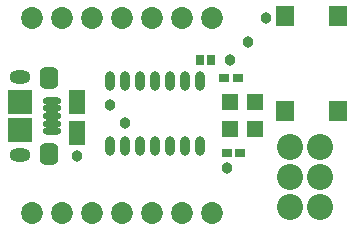
<source format=gts>
G04*
G04 #@! TF.GenerationSoftware,Altium Limited,Altium Designer,24.9.1 (31)*
G04*
G04 Layer_Color=8388736*
%FSLAX25Y25*%
%MOIN*%
G70*
G04*
G04 #@! TF.SameCoordinates,63D46F20-04D2-406D-A019-F368FE4B28ED*
G04*
G04*
G04 #@! TF.FilePolarity,Negative*
G04*
G01*
G75*
%ADD14R,0.05524X0.05524*%
%ADD15R,0.06312X0.07099*%
%ADD16R,0.03753X0.03162*%
%ADD17R,0.03162X0.03320*%
%ADD18R,0.05642X0.07887*%
%ADD19R,0.07887X0.08280*%
G04:AMPARAMS|DCode=20|XSize=70.99mil|YSize=63.12mil|CornerRadius=17.78mil|HoleSize=0mil|Usage=FLASHONLY|Rotation=270.000|XOffset=0mil|YOffset=0mil|HoleType=Round|Shape=RoundedRectangle|*
%AMROUNDEDRECTD20*
21,1,0.07099,0.02756,0,0,270.0*
21,1,0.03543,0.06312,0,0,270.0*
1,1,0.03556,-0.01378,-0.01772*
1,1,0.03556,-0.01378,0.01772*
1,1,0.03556,0.01378,0.01772*
1,1,0.03556,0.01378,-0.01772*
%
%ADD20ROUNDEDRECTD20*%
%ADD21O,0.06115X0.02475*%
%ADD22O,0.03162X0.06509*%
%ADD23C,0.07300*%
%ADD24C,0.08674*%
%ADD25O,0.07099X0.04343*%
%ADD26C,0.03800*%
D14*
X395000Y322000D02*
D03*
X403268D02*
D03*
X395000Y313000D02*
D03*
X403268D02*
D03*
D15*
X413283Y319000D02*
D03*
X431000Y350496D02*
D03*
Y319000D02*
D03*
X413283Y350496D02*
D03*
D16*
X393736Y305000D02*
D03*
X398264D02*
D03*
X397528Y330000D02*
D03*
X393000D02*
D03*
D17*
X385000Y336000D02*
D03*
X388465D02*
D03*
D18*
X344000Y322000D02*
D03*
Y311685D02*
D03*
D19*
X325000Y312500D02*
D03*
Y321949D02*
D03*
D20*
X334646Y304626D02*
D03*
Y329823D02*
D03*
D21*
X335531Y317224D02*
D03*
Y319783D02*
D03*
Y322342D02*
D03*
Y312106D02*
D03*
Y314665D02*
D03*
D22*
X355000Y307272D02*
D03*
X360000D02*
D03*
X365000D02*
D03*
X370000D02*
D03*
X375000D02*
D03*
X380000D02*
D03*
X385000D02*
D03*
X355000Y328728D02*
D03*
X360000D02*
D03*
X365000D02*
D03*
X370000D02*
D03*
X375000D02*
D03*
X380000D02*
D03*
X385000D02*
D03*
D23*
X329000Y350000D02*
D03*
X349000D02*
D03*
X359000D02*
D03*
X369000D02*
D03*
X379000D02*
D03*
X389000D02*
D03*
X339000D02*
D03*
X329000Y285000D02*
D03*
X349000D02*
D03*
X359000D02*
D03*
X369000D02*
D03*
X379000D02*
D03*
X389000D02*
D03*
X339000D02*
D03*
D24*
X415000Y287000D02*
D03*
Y297000D02*
D03*
Y307000D02*
D03*
X425000D02*
D03*
Y297000D02*
D03*
Y287000D02*
D03*
D25*
X325000Y304232D02*
D03*
Y330217D02*
D03*
D26*
X355000Y321000D02*
D03*
X360000Y315000D02*
D03*
X394000Y300000D02*
D03*
X407000Y350000D02*
D03*
X401000Y342000D02*
D03*
X395000Y336000D02*
D03*
X344000Y304000D02*
D03*
M02*

</source>
